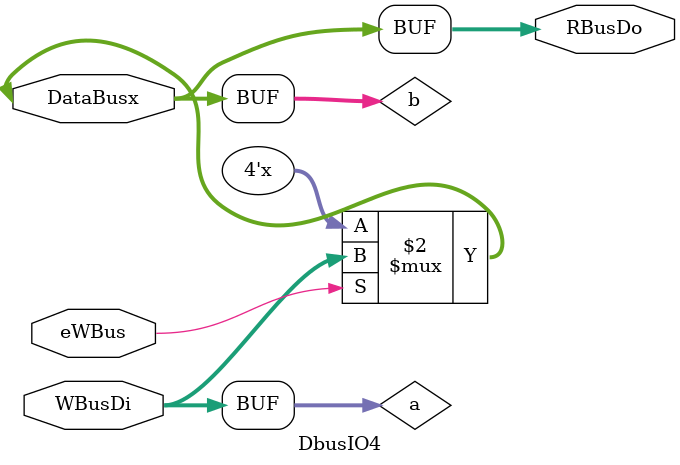
<source format=v>

module	DbusIO4 (eWBus, WBusDi, RBusDo, DataBusx);
input			eWBus;
input	[3:0]	WBusDi;
output	[3:0]	RBusDo;
inout	[3:0]	DataBusx;

wire	[3:0]	RBusDo;
wire	[3:0]	a;
wire	[3:0]	b;

    assign DataBusx = (1'b1 == eWBus) ? a : 4'hZ;
    assign RBusDo  = b;
    assign b = DataBusx;
    assign a = WBusDi;
endmodule



</source>
